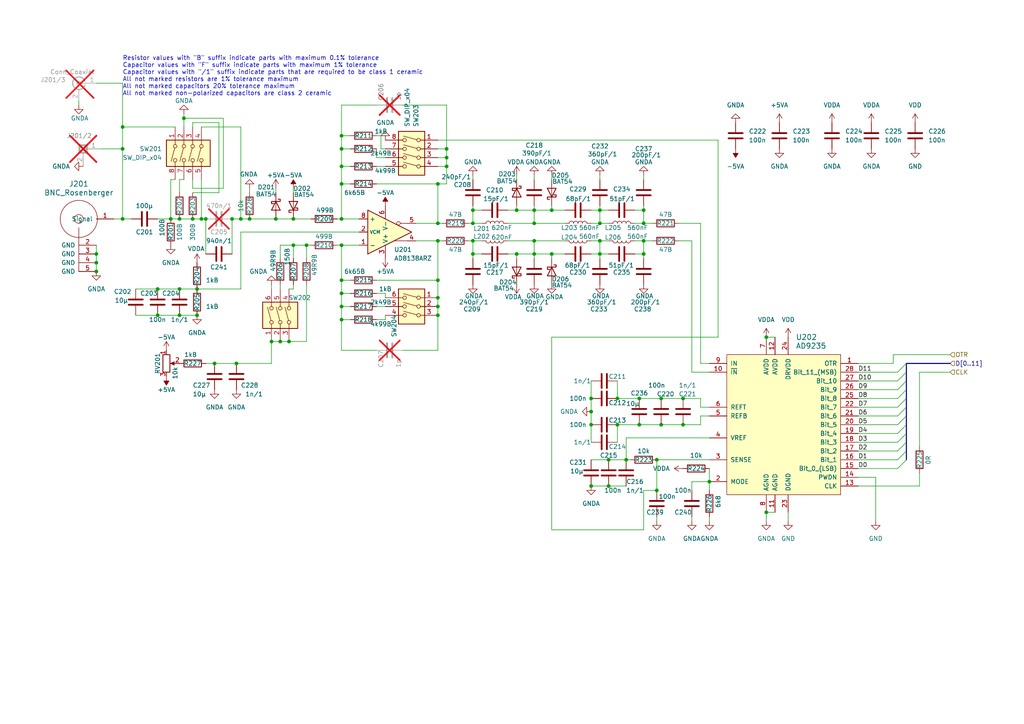
<source format=kicad_sch>
(kicad_sch (version 20250114) (generator "eeschema") (generator_version "9.0")
  (paper "A4")
  (title_block (title "MISRC") (date "2025-10-21") (rev "2.5") (comment 1 "Analog input + ADC"))
  (text "Resistor values with \"B\" suffix indicate parts with maximum 0.1% tolerance\nCapacitor values with \"F\" suffix indicate parts with maximum 1% tolerance\nCapacitor values with \"/1\" suffix indicate parts that are required to be class 1 ceramic\nAll not marked resistors are 1% tolerance maximum\nAll not marked capacitors 20% tolerance maximum\nAll not marked non-polarized capacitors are class 2 ceramic" (at 35.56 27.94 0) (effects (font (size 1.27 1.27)) (justify left bottom)))
  (junction (at 27.94 76.2))
  (junction (at 99.06 53.34))
  (junction (at 127 64.77))
  (junction (at 171.45 119.38))
  (junction (at 171.45 123.19))
  (junction (at 137.16 73.66))
  (junction (at 68.58 105.41))
  (junction (at 171.45 115.57))
  (junction (at 171.45 140.97))
  (junction (at 185.42 115.57))
  (junction (at 179.07 123.19))
  (junction (at 49.53 63.5))
  (junction (at 35.56 36.83))
  (junction (at 99.06 43.18))
  (junction (at 198.12 115.57))
  (junction (at 55.88 63.5))
  (junction (at 85.09 71.12))
  (junction (at 80.01 63.5))
  (junction (at 222.25 148.59))
  (junction (at 52.07 91.44))
  (junction (at 154.94 69.85))
  (junction (at 176.53 140.97))
  (junction (at 99.06 81.28))
  (junction (at 127 53.34))
  (junction (at 179.07 115.57))
  (junction (at 154.94 73.66))
  (junction (at 99.06 92.71))
  (junction (at 160.02 60.96))
  (junction (at 191.77 115.57))
  (junction (at 52.07 63.5))
  (junction (at 181.61 133.35))
  (junction (at 99.06 63.5))
  (junction (at 127 81.28))
  (junction (at 198.12 123.19))
  (junction (at 186.69 69.85))
  (junction (at 160.02 73.66))
  (junction (at 222.25 97.79))
  (junction (at 35.56 63.5))
  (junction (at 57.15 91.44))
  (junction (at 35.56 43.18))
  (junction (at 137.16 69.85))
  (junction (at 67.31 63.5))
  (junction (at 185.42 123.19))
  (junction (at 186.69 73.66))
  (junction (at 57.15 83.82))
  (junction (at 83.82 99.06))
  (junction (at 99.06 85.09))
  (junction (at 58.42 63.5))
  (junction (at 85.09 63.5))
  (junction (at 45.72 83.82))
  (junction (at 62.23 105.41))
  (junction (at 137.16 64.77))
  (junction (at 27.94 73.66))
  (junction (at 78.74 99.06))
  (junction (at 72.39 63.5))
  (junction (at 69.85 63.5))
  (junction (at 186.69 60.96))
  (junction (at 45.72 91.44))
  (junction (at 176.53 133.35))
  (junction (at 154.94 60.96))
  (junction (at 173.99 64.77))
  (junction (at 149.86 73.66))
  (junction (at 27.94 78.74))
  (junction (at 127 86.36))
  (junction (at 129.54 48.26))
  (junction (at 127 88.9))
  (junction (at 99.06 39.37))
  (junction (at 173.99 60.96))
  (junction (at 149.86 60.96))
  (junction (at 53.34 34.29))
  (junction (at 154.94 64.77))
  (junction (at 127 91.44))
  (junction (at 186.69 64.77))
  (junction (at 137.16 60.96))
  (junction (at 190.5 133.35))
  (junction (at 52.07 83.82))
  (junction (at 99.06 71.12))
  (junction (at 59.69 63.5))
  (junction (at 191.77 123.19))
  (junction (at 127 69.85))
  (junction (at 173.99 69.85))
  (junction (at 129.54 45.72))
  (junction (at 99.06 88.9))
  (junction (at 88.9 71.12))
  (junction (at 173.99 73.66))
  (junction (at 81.28 99.06))
  (junction (at 99.06 48.26))
  (junction (at 205.74 139.7))
  (junction (at 190.5 142.24))
  (junction (at 129.54 43.18))
  (bus_entry (at 262.89 113.03) (size -2.54 2.54))
  (bus_entry (at 262.89 130.81) (size -2.54 2.54))
  (bus_entry (at 262.89 107.95) (size -2.54 2.54))
  (bus_entry (at 262.89 118.11) (size -2.54 2.54))
  (bus_entry (at 262.89 133.35) (size -2.54 2.54))
  (bus_entry (at 262.89 125.73) (size -2.54 2.54))
  (bus_entry (at 262.89 115.57) (size -2.54 2.54))
  (bus_entry (at 262.89 105.41) (size -2.54 2.54))
  (bus_entry (at 262.89 128.27) (size -2.54 2.54))
  (bus_entry (at 262.89 123.19) (size -2.54 2.54))
  (bus_entry (at 262.89 120.65) (size -2.54 2.54))
  (bus_entry (at 262.89 110.49) (size -2.54 2.54))
  (wire (pts (xy 154.94 60.96) (xy 154.94 64.77)))
  (wire (pts (xy 173.99 60.96) (xy 176.53 60.96)))
  (wire (pts (xy 129.54 30.48) (xy 129.54 43.18)))
  (wire (pts (xy 248.92 107.95) (xy 260.35 107.95)))
  (wire (pts (xy 228.6 151.13) (xy 228.6 148.59)))
  (wire (pts (xy 45.72 63.5) (xy 49.53 63.5)))
  (wire (pts (xy 55.88 55.88) (xy 63.5 55.88)))
  (wire (pts (xy 62.23 105.41) (xy 68.58 105.41)))
  (wire (pts (xy 99.06 88.9) (xy 101.6 88.9)))
  (wire (pts (xy 109.22 45.72) (xy 111.76 45.72)))
  (wire (pts (xy 69.85 36.83) (xy 69.85 63.5)))
  (wire (pts (xy 266.7 107.95) (xy 266.7 129.54)))
  (wire (pts (xy 127 48.26) (xy 129.54 48.26)))
  (wire (pts (xy 58.42 52.07) (xy 58.42 63.5)))
  (wire (pts (xy 266.7 107.95) (xy 275.59 107.95)))
  (bus (pts (xy 262.89 107.95) (xy 262.89 110.49)))
  (wire (pts (xy 55.88 35.56) (xy 55.88 36.83)))
  (wire (pts (xy 58.42 63.5) (xy 59.69 63.5)))
  (wire (pts (xy 129.54 43.18) (xy 129.54 45.72)))
  (wire (pts (xy 27.94 73.66) (xy 27.94 76.2)))
  (wire (pts (xy 99.06 53.34) (xy 99.06 63.5)))
  (wire (pts (xy 85.09 83.82) (xy 85.09 82.55)))
  (wire (pts (xy 99.06 43.18) (xy 101.6 43.18)))
  (bus (pts (xy 262.89 123.19) (xy 262.89 125.73)))
  (wire (pts (xy 99.06 101.6) (xy 109.22 101.6)))
  (wire (pts (xy 101.6 92.71) (xy 99.06 92.71)))
  (wire (pts (xy 173.99 59.69) (xy 173.99 60.96)))
  (wire (pts (xy 109.22 92.71) (xy 111.76 92.71)))
  (wire (pts (xy 191.77 123.19) (xy 198.12 123.19)))
  (wire (pts (xy 190.5 151.13) (xy 190.5 149.86)))
  (wire (pts (xy 160.02 50.8) (xy 160.02 52.07)))
  (wire (pts (xy 248.92 110.49) (xy 260.35 110.49)))
  (wire (pts (xy 154.94 50.8) (xy 154.94 52.07)))
  (bus (pts (xy 262.89 130.81) (xy 262.89 133.35)))
  (wire (pts (xy 259.08 105.41) (xy 259.08 102.87)))
  (wire (pts (xy 88.9 82.55) (xy 88.9 99.06)))
  (wire (pts (xy 205.74 139.7) (xy 205.74 142.24)))
  (wire (pts (xy 185.42 115.57) (xy 191.77 115.57)))
  (wire (pts (xy 154.94 60.96) (xy 160.02 60.96)))
  (wire (pts (xy 160.02 59.69) (xy 160.02 60.96)))
  (wire (pts (xy 171.45 115.57) (xy 171.45 119.38)))
  (wire (pts (xy 111.76 85.09) (xy 111.76 86.36)))
  (wire (pts (xy 190.5 133.35) (xy 190.5 142.24)))
  (wire (pts (xy 266.7 137.16) (xy 266.7 140.97)))
  (wire (pts (xy 222.25 148.59) (xy 222.25 151.13)))
  (wire (pts (xy 160.02 60.96) (xy 163.83 60.96)))
  (wire (pts (xy 179.07 110.49) (xy 179.07 115.57)))
  (wire (pts (xy 248.92 113.03) (xy 260.35 113.03)))
  (wire (pts (xy 186.69 60.96) (xy 186.69 64.77)))
  (wire (pts (xy 179.07 115.57) (xy 185.42 115.57)))
  (wire (pts (xy 147.32 73.66) (xy 149.86 73.66)))
  (wire (pts (xy 110.49 43.18) (xy 111.76 43.18)))
  (wire (pts (xy 154.94 69.85) (xy 163.83 69.85)))
  (wire (pts (xy 27.94 71.12) (xy 27.94 73.66)))
  (bus (pts (xy 262.89 125.73) (xy 262.89 128.27)))
  (wire (pts (xy 88.9 74.93) (xy 88.9 71.12)))
  (wire (pts (xy 186.69 50.8) (xy 186.69 52.07)))
  (wire (pts (xy 137.16 60.96) (xy 139.7 60.96)))
  (wire (pts (xy 35.56 43.18) (xy 35.56 63.5)))
  (wire (pts (xy 81.28 71.12) (xy 81.28 74.93)))
  (wire (pts (xy 160.02 73.66) (xy 160.02 74.93)))
  (bus (pts (xy 262.89 128.27) (xy 262.89 130.81)))
  (wire (pts (xy 85.09 54.61) (xy 85.09 55.88)))
  (wire (pts (xy 222.25 97.79) (xy 224.79 97.79)))
  (wire (pts (xy 55.88 63.5) (xy 58.42 63.5)))
  (wire (pts (xy 99.06 30.48) (xy 99.06 39.37)))
  (wire (pts (xy 83.82 83.82) (xy 85.09 83.82)))
  (wire (pts (xy 171.45 140.97) (xy 176.53 140.97)))
  (wire (pts (xy 179.07 123.19) (xy 185.42 123.19)))
  (wire (pts (xy 127 69.85) (xy 127 81.28)))
  (bus (pts (xy 262.89 105.41) (xy 275.59 105.41)))
  (wire (pts (xy 173.99 74.93) (xy 173.99 73.66)))
  (wire (pts (xy 171.45 123.19) (xy 171.45 128.27)))
  (wire (pts (xy 55.88 52.07) (xy 55.88 54.61)))
  (bus (pts (xy 262.89 115.57) (xy 262.89 118.11)))
  (wire (pts (xy 83.82 99.06) (xy 88.9 99.06)))
  (wire (pts (xy 63.5 55.88) (xy 63.5 35.56)))
  (wire (pts (xy 184.15 64.77) (xy 186.69 64.77)))
  (wire (pts (xy 181.61 127) (xy 205.74 127)))
  (wire (pts (xy 53.34 34.29) (xy 53.34 36.83)))
  (wire (pts (xy 184.15 60.96) (xy 186.69 60.96)))
  (wire (pts (xy 176.53 133.35) (xy 181.61 133.35)))
  (wire (pts (xy 99.06 92.71) (xy 99.06 101.6)))
  (wire (pts (xy 35.56 24.13) (xy 27.94 24.13)))
  (wire (pts (xy 149.86 73.66) (xy 154.94 73.66)))
  (wire (pts (xy 58.42 36.83) (xy 69.85 36.83)))
  (wire (pts (xy 200.66 151.13) (xy 200.66 149.86)))
  (wire (pts (xy 29.21 43.18) (xy 35.56 43.18)))
  (wire (pts (xy 254 138.43) (xy 254 151.13)))
  (wire (pts (xy 49.53 52.07) (xy 49.53 63.5)))
  (wire (pts (xy 137.16 60.96) (xy 137.16 64.77)))
  (wire (pts (xy 205.74 135.89) (xy 205.74 139.7)))
  (wire (pts (xy 85.09 71.12) (xy 81.28 71.12)))
  (wire (pts (xy 186.69 142.24) (xy 186.69 153.67)))
  (wire (pts (xy 200.66 139.7) (xy 200.66 142.24)))
  (wire (pts (xy 33.02 63.5) (xy 35.56 63.5)))
  (wire (pts (xy 116.84 30.48) (xy 129.54 30.48)))
  (wire (pts (xy 39.37 91.44) (xy 45.72 91.44)))
  (wire (pts (xy 127 88.9) (xy 127 91.44)))
  (wire (pts (xy 59.69 63.5) (xy 59.69 73.66)))
  (wire (pts (xy 186.69 64.77) (xy 189.23 64.77)))
  (wire (pts (xy 248.92 130.81) (xy 260.35 130.81)))
  (wire (pts (xy 78.74 99.06) (xy 81.28 99.06)))
  (wire (pts (xy 78.74 82.55) (xy 78.74 83.82)))
  (wire (pts (xy 171.45 69.85) (xy 173.99 69.85)))
  (wire (pts (xy 248.92 120.65) (xy 260.35 120.65)))
  (wire (pts (xy 50.8 52.07) (xy 49.53 52.07)))
  (wire (pts (xy 171.45 73.66) (xy 173.99 73.66)))
  (wire (pts (xy 101.6 39.37) (xy 99.06 39.37)))
  (wire (pts (xy 203.2 123.19) (xy 203.2 120.65)))
  (wire (pts (xy 154.94 73.66) (xy 160.02 73.66)))
  (wire (pts (xy 160.02 153.67) (xy 186.69 153.67)))
  (wire (pts (xy 127 45.72) (xy 129.54 45.72)))
  (wire (pts (xy 59.69 105.41) (xy 62.23 105.41)))
  (wire (pts (xy 184.15 73.66) (xy 186.69 73.66)))
  (wire (pts (xy 203.2 118.11) (xy 203.2 115.57)))
  (wire (pts (xy 49.53 63.5) (xy 52.07 63.5)))
  (wire (pts (xy 39.37 83.82) (xy 45.72 83.82)))
  (wire (pts (xy 186.69 74.93) (xy 186.69 73.66)))
  (wire (pts (xy 101.6 85.09) (xy 99.06 85.09)))
  (wire (pts (xy 99.06 63.5) (xy 104.14 63.5)))
  (wire (pts (xy 149.86 50.8) (xy 149.86 52.07)))
  (wire (pts (xy 99.06 71.12) (xy 104.14 71.12)))
  (wire (pts (xy 109.22 30.48) (xy 99.06 30.48)))
  (wire (pts (xy 57.15 83.82) (xy 69.85 83.82)))
  (wire (pts (xy 248.92 128.27) (xy 260.35 128.27)))
  (wire (pts (xy 109.22 39.37) (xy 110.49 39.37)))
  (wire (pts (xy 64.77 34.29) (xy 53.34 34.29)))
  (wire (pts (xy 127 69.85) (xy 128.27 69.85)))
  (wire (pts (xy 111.76 91.44) (xy 111.76 92.71)))
  (wire (pts (xy 72.39 63.5) (xy 80.01 63.5)))
  (wire (pts (xy 52.07 52.07) (xy 52.07 55.88)))
  (wire (pts (xy 248.92 133.35) (xy 260.35 133.35)))
  (wire (pts (xy 137.16 73.66) (xy 137.16 69.85)))
  (wire (pts (xy 147.32 69.85) (xy 154.94 69.85)))
  (wire (pts (xy 129.54 45.72) (xy 129.54 48.26)))
  (wire (pts (xy 81.28 82.55) (xy 81.28 83.82)))
  (wire (pts (xy 109.22 85.09) (xy 111.76 85.09)))
  (wire (pts (xy 190.5 142.24) (xy 186.69 142.24)))
  (wire (pts (xy 222.25 148.59) (xy 224.79 148.59)))
  (bus (pts (xy 262.89 120.65) (xy 262.89 123.19)))
  (wire (pts (xy 99.06 85.09) (xy 99.06 81.28)))
  (wire (pts (xy 127 43.18) (xy 129.54 43.18)))
  (wire (pts (xy 173.99 50.8) (xy 173.99 52.07)))
  (wire (pts (xy 171.45 60.96) (xy 173.99 60.96)))
  (wire (pts (xy 53.34 52.07) (xy 52.07 52.07)))
  (wire (pts (xy 120.65 64.77) (xy 127 64.77)))
  (wire (pts (xy 200.66 69.85) (xy 200.66 107.95)))
  (wire (pts (xy 67.31 63.5) (xy 69.85 63.5)))
  (wire (pts (xy 205.74 139.7) (xy 200.66 139.7)))
  (wire (pts (xy 205.74 118.11) (xy 203.2 118.11)))
  (wire (pts (xy 99.06 88.9) (xy 99.06 92.71)))
  (wire (pts (xy 160.02 97.79) (xy 160.02 153.67)))
  (wire (pts (xy 50.8 36.83) (xy 35.56 36.83)))
  (wire (pts (xy 109.22 88.9) (xy 111.76 88.9)))
  (wire (pts (xy 69.85 67.31) (xy 69.85 83.82)))
  (wire (pts (xy 248.92 105.41) (xy 259.08 105.41)))
  (wire (pts (xy 63.5 35.56) (xy 55.88 35.56)))
  (wire (pts (xy 200.66 107.95) (xy 205.74 107.95)))
  (wire (pts (xy 203.2 120.65) (xy 205.74 120.65)))
  (wire (pts (xy 137.16 59.69) (xy 137.16 60.96)))
  (wire (pts (xy 137.16 64.77) (xy 139.7 64.77)))
  (wire (pts (xy 137.16 64.77) (xy 135.89 64.77)))
  (wire (pts (xy 64.77 54.61) (xy 64.77 34.29)))
  (wire (pts (xy 85.09 63.5) (xy 90.17 63.5)))
  (wire (pts (xy 137.16 69.85) (xy 135.89 69.85)))
  (wire (pts (xy 154.94 74.93) (xy 154.94 73.66)))
  (wire (pts (xy 127 81.28) (xy 127 86.36)))
  (wire (pts (xy 80.01 63.5) (xy 85.09 63.5)))
  (wire (pts (xy 53.34 33.02) (xy 53.34 34.29)))
  (wire (pts (xy 109.22 53.34) (xy 127 53.34)))
  (wire (pts (xy 181.61 133.35) (xy 182.88 133.35)))
  (wire (pts (xy 147.32 60.96) (xy 149.86 60.96)))
  (wire (pts (xy 154.94 59.69) (xy 154.94 60.96)))
  (wire (pts (xy 27.94 76.2) (xy 27.94 78.74)))
  (wire (pts (xy 137.16 73.66) (xy 139.7 73.66)))
  (wire (pts (xy 45.72 83.82) (xy 52.07 83.82)))
  (wire (pts (xy 179.07 123.19) (xy 179.07 128.27)))
  (wire (pts (xy 35.56 36.83) (xy 35.56 24.13)))
  (wire (pts (xy 109.22 48.26) (xy 111.76 48.26)))
  (wire (pts (xy 248.92 140.97) (xy 266.7 140.97)))
  (wire (pts (xy 205.74 105.41) (xy 203.2 105.41)))
  (bus (pts (xy 262.89 105.41) (xy 262.89 107.95)))
  (wire (pts (xy 191.77 115.57) (xy 198.12 115.57)))
  (wire (pts (xy 198.12 123.19) (xy 203.2 123.19)))
  (wire (pts (xy 80.01 54.61) (xy 80.01 55.88)))
  (wire (pts (xy 55.88 54.61) (xy 64.77 54.61)))
  (wire (pts (xy 52.07 83.82) (xy 57.15 83.82)))
  (wire (pts (xy 154.94 69.85) (xy 154.94 73.66)))
  (wire (pts (xy 203.2 64.77) (xy 203.2 105.41)))
  (wire (pts (xy 72.39 54.61) (xy 72.39 55.88)))
  (wire (pts (xy 116.84 101.6) (xy 127 101.6)))
  (wire (pts (xy 186.69 69.85) (xy 189.23 69.85)))
  (wire (pts (xy 99.06 88.9) (xy 99.06 85.09)))
  (wire (pts (xy 97.79 63.5) (xy 99.06 63.5)))
  (wire (pts (xy 149.86 73.66) (xy 149.86 74.93)))
  (wire (pts (xy 99.06 81.28) (xy 101.6 81.28)))
  (wire (pts (xy 127 86.36) (xy 127 88.9)))
  (wire (pts (xy 248.92 123.19) (xy 260.35 123.19)))
  (wire (pts (xy 45.72 91.44) (xy 52.07 91.44)))
  (wire (pts (xy 248.92 118.11) (xy 260.35 118.11)))
  (wire (pts (xy 127 53.34) (xy 127 64.77)))
  (wire (pts (xy 97.79 71.12) (xy 99.06 71.12)))
  (wire (pts (xy 171.45 119.38) (xy 171.45 123.19)))
  (wire (pts (xy 190.5 133.35) (xy 205.74 133.35)))
  (wire (pts (xy 22.86 29.21) (xy 22.86 30.48)))
  (wire (pts (xy 99.06 81.28) (xy 99.06 71.12)))
  (wire (pts (xy 67.31 63.5) (xy 67.31 73.66)))
  (wire (pts (xy 208.28 97.79) (xy 160.02 97.79)))
  (wire (pts (xy 35.56 36.83) (xy 35.56 43.18)))
  (wire (pts (xy 109.22 43.18) (xy 109.22 45.72)))
  (wire (pts (xy 137.16 74.93) (xy 137.16 73.66)))
  (wire (pts (xy 208.28 40.64) (xy 208.28 97.79)))
  (wire (pts (xy 69.85 67.31) (xy 104.14 67.31)))
  (wire (pts (xy 248.92 138.43) (xy 254 138.43)))
  (wire (pts (xy 248.92 115.57) (xy 260.35 115.57)))
  (wire (pts (xy 69.85 63.5) (xy 72.39 63.5)))
  (wire (pts (xy 85.09 74.93) (xy 85.09 71.12)))
  (wire (pts (xy 68.58 105.41) (xy 78.74 105.41)))
  (wire (pts (xy 88.9 71.12) (xy 85.09 71.12)))
  (wire (pts (xy 149.86 60.96) (xy 154.94 60.96)))
  (wire (pts (xy 99.06 48.26) (xy 99.06 53.34)))
  (wire (pts (xy 109.22 81.28) (xy 127 81.28)))
  (wire (pts (xy 52.07 63.5) (xy 55.88 63.5)))
  (wire (pts (xy 171.45 133.35) (xy 176.53 133.35)))
  (wire (pts (xy 173.99 60.96) (xy 173.99 64.77)))
  (wire (pts (xy 248.92 125.73) (xy 260.35 125.73)))
  (wire (pts (xy 129.54 53.34) (xy 127 53.34)))
  (wire (pts (xy 184.15 69.85) (xy 186.69 69.85)))
  (wire (pts (xy 99.06 43.18) (xy 99.06 48.26)))
  (bus (pts (xy 262.89 118.11) (xy 262.89 120.65)))
  (wire (pts (xy 173.99 69.85) (xy 173.99 73.66)))
  (wire (pts (xy 173.99 69.85) (xy 176.53 69.85)))
  (wire (pts (xy 171.45 64.77) (xy 173.99 64.77)))
  (wire (pts (xy 38.1 63.5) (xy 35.56 63.5)))
  (wire (pts (xy 99.06 53.34) (xy 101.6 53.34)))
  (wire (pts (xy 127 40.64) (xy 208.28 40.64)))
  (wire (pts (xy 176.53 140.97) (xy 181.61 140.97)))
  (wire (pts (xy 99.06 39.37) (xy 99.06 43.18)))
  (wire (pts (xy 52.07 91.44) (xy 57.15 91.44)))
  (wire (pts (xy 186.69 69.85) (xy 186.69 73.66)))
  (wire (pts (xy 205.74 149.86) (xy 205.74 151.13)))
  (wire (pts (xy 185.42 123.19) (xy 191.77 123.19)))
  (wire (pts (xy 198.12 115.57) (xy 203.2 115.57)))
  (wire (pts (xy 110.49 39.37) (xy 110.49 43.18)))
  (wire (pts (xy 196.85 69.85) (xy 200.66 69.85)))
  (wire (pts (xy 129.54 48.26) (xy 129.54 53.34)))
  (bus (pts (xy 262.89 113.03) (xy 262.89 115.57)))
  (wire (pts (xy 173.99 64.77) (xy 176.53 64.77)))
  (wire (pts (xy 154.94 64.77) (xy 163.83 64.77)))
  (wire (pts (xy 248.92 135.89) (xy 260.35 135.89)))
  (wire (pts (xy 88.9 71.12) (xy 90.17 71.12)))
  (wire (pts (xy 120.65 69.85) (xy 127 69.85)))
  (wire (pts (xy 196.85 64.77) (xy 203.2 64.77)))
  (wire (pts (xy 147.32 64.77) (xy 154.94 64.77)))
  (wire (pts (xy 78.74 99.06) (xy 78.74 105.41)))
  (wire (pts (xy 259.08 102.87) (xy 275.59 102.87)))
  (wire (pts (xy 137.16 50.8) (xy 137.16 52.07)))
  (wire (pts (xy 99.06 48.26) (xy 101.6 48.26)))
  (wire (pts (xy 186.69 59.69) (xy 186.69 60.96)))
  (bus (pts (xy 262.89 110.49) (xy 262.89 113.03)))
  (wire (pts (xy 81.28 99.06) (xy 83.82 99.06)))
  (wire (pts (xy 181.61 133.35) (xy 181.61 127)))
  (wire (pts (xy 137.16 69.85) (xy 139.7 69.85)))
  (wire (pts (xy 171.45 110.49) (xy 171.45 115.57)))
  (wire (pts (xy 160.02 73.66) (xy 163.83 73.66)))
  (wire (pts (xy 127 64.77) (xy 128.27 64.77)))
  (wire (pts (xy 173.99 73.66) (xy 176.53 73.66)))
  (wire (pts (xy 149.86 59.69) (xy 149.86 60.96)))
  (wire (pts (xy 127 91.44) (xy 127 101.6)))
  (label "D5" (at 248.92 123.19 0))
  (label "D4" (at 248.92 125.73 0))
  (label "D6" (at 248.92 120.65 0))
  (label "D10" (at 248.92 110.49 0))
  (label "D8" (at 248.92 115.57 0))
  (label "D3" (at 248.92 128.27 0))
  (label "D11" (at 248.92 107.95 0))
  (label "D7" (at 248.92 118.11 0))
  (label "D1" (at 248.92 133.35 0))
  (label "D9" (at 248.92 113.03 0))
  (label "D2" (at 248.92 130.81 0))
  (label "D0" (at 248.92 135.89 0))
  (hierarchical_label "CLK" (shape input) (at 275.59 107.95 0))
  (hierarchical_label "D[0..11]" (shape input) (at 275.59 105.41 0))
  (hierarchical_label "OTR" (shape input) (at 275.59 102.87 0))
  (symbol (lib_id "power:GNDA") (at 213.36 35.56 180) (unit 1)
    (property "Reference" "#PWR0219" (effects (hide yes)))
    (property "Value" "GNDA" (at 213.36 30.48 0))
  )
  (symbol (lib_id "Device:C") (at 186.69 55.88 0) (unit 1)
    (property "Reference" "C237" (at 184.15 43.18 0) (effects (justify left)))
    (property "Value" "200pF/1" (at 183.134 44.958 0) (effects (justify left)))
    (property "Footprint" "Capacitor_SMD:C_0603_1608Metric" (effects (hide yes)))
    (property "Manufacturer_Part_Number" "GCM1885C2A201FA16J" (effects (hide yes)))
    (property "LCSC Part #" "C1864235" (effects (hide yes)))
    (property "Max Tolerance" "1%" (effects (hide yes)))
    (property "Capacitor Ceramic" "NP0/C0G" (effects (hide yes)))
  )
  (symbol (lib_id "Device:R") (at 57.15 87.63 180) (unit 1)
    (property "Reference" "R205" (at 57.15 90.17 90) (effects (justify right)))
    (property "Value" "1kB" (at 59.69 88.9 0) (effects (justify right)))
    (property "Footprint" "Resistor_SMD:R_0603_1608Metric" (effects (hide yes)))
    (property "Manufacturer_Part_Number" "RT0603BRD071KL" (effects (hide yes)))
    (property "LCSC Part #" "C110776" (effects (hide yes)))
    (property "Max Tolerance" "0.1%" (effects (hide yes)))
  )
  (symbol (lib_id "Device:C") (at 213.36 39.37 0) (unit 1)
    (property "Reference" "C222" (at 217.17 38.1 0) (effects (justify left)))
    (property "Value" "100n" (at 217.17 40.64 0) (effects (justify left)))
    (property "Footprint" "Capacitor_SMD:C_0603_1608Metric" (effects (hide yes)))
    (property "Manufacturer_Part_Number" "CC0603KRX7R9BB104" (effects (hide yes)))
    (property "LCSC Part #" "C14663" (effects (hide yes)))
    (property "Max Tolerance" "10%" (effects (hide yes)))
    (property "Capacitor Ceramic" "X7R" (effects (hide yes)))
  )
  (symbol (lib_id "Device:R") (at 88.9 78.74 0) (mirror y) (unit 1)
    (property "Reference" "R208" (at 88.9 76.2 90) (effects (justify right)))
    (property "Value" "49R9B" (at 91.186 73.66 90) (effects (justify right)))
    (property "Footprint" "Resistor_SMD:R_0603_1608Metric" (effects (hide yes)))
    (property "Manufacturer_Part_Number" "RT0603BRD0749R9L" (effects (hide yes)))
    (property "LCSC Part #" "C861434" (effects (hide yes)))
    (property "Max Tolerance" "0.1%" (effects (hide yes)))
  )
  (symbol (lib_id "Device:C") (at 173.99 55.88 0) (unit 1)
    (property "Reference" "C232" (at 171.45 42.418 0) (effects (justify left)))
    (property "Value" "360pF/1" (at 170.434 44.704 0) (effects (justify left)))
    (property "Footprint" "Capacitor_SMD:C_0603_1608Metric" (effects (hide yes)))
    (property "Manufacturer_Part_Number" "GCM1885C2A361FA16D" (effects (hide yes)))
    (property "LCSC Part #" "C3859396" (effects (hide yes)))
    (property "Max Tolerance" "1%" (effects (hide yes)))
    (property "Capacitor Ceramic" "NP0/C0G" (effects (hide yes)))
    (property "Manufacturer_Name" "Murata" (effects (hide yes)))
    (property "Mouser Part Number" "81-GCM1885C2A361FA6D" (effects (hide yes)))
  )
  (symbol (lib_id "Device:C") (at 185.42 119.38 0) (unit 1)
    (property "Reference" "C236" (at 182.88 114.046 0) (effects (justify left)))
    (property "Value" "10µ" (at 181.61 117.094 0) (effects (justify left)))
    (property "Footprint" "Capacitor_SMD:C_0805_2012Metric" (effects (hide yes)))
    (property "Manufacturer_Part_Number" "GRM21BR61H106KE43L" (effects (hide yes)))
    (property "LCSC Part #" "C440198" (effects (hide yes)))
    (property "Max Tolerance" "20%" (effects (hide yes)))
    (property "Capacitor Ceramic" "X7R" (effects (hide yes)))
  )
  (symbol (lib_id "Device:C") (at 143.51 73.66 90) (unit 1)
    (property "Reference" "C217" (at 146.05 78.994 90) (effects (justify left)))
    (property "Value" "15pF/1" (at 147.574 76.962 90) (effects (justify left)))
    (property "Footprint" "Capacitor_SMD:C_0603_1608Metric" (effects (hide yes)))
    (property "Manufacturer_Part_Number" "CC0603FRNPO9BN150" (effects (hide yes)))
    (property "LCSC Part #" "C519483" (effects (hide yes)))
    (property "Max Tolerance" "1%" (effects (hide yes)))
    (property "Capacitor Ceramic" "NP0/C0G" (effects (hide yes)))
  )
  (symbol (lib_id "power:GNDA") (at 252.73 43.18 0) (unit 1)
    (property "Reference" "#PWR0231" (effects (hide yes)))
    (property "Value" "GNDA" (at 252.73 48.26 0))
  )
  (symbol (lib_id "power:GNDA") (at 57.15 91.44 0) (unit 1)
    (property "Reference" "#PWR0205" (effects (hide yes)))
    (property "Value" "GNDA" (at 57.15 96.52 0))
  )
  (symbol (lib_id "Device:C") (at 226.06 39.37 0) (unit 1)
    (property "Reference" "C223" (at 229.87 38.1 0) (effects (justify left)))
    (property "Value" "100n" (at 229.87 40.64 0) (effects (justify left)))
    (property "Footprint" "Capacitor_SMD:C_0603_1608Metric" (effects (hide yes)))
    (property "Manufacturer_Part_Number" "CC0603KRX7R9BB104" (effects (hide yes)))
    (property "LCSC Part #" "C14663" (effects (hide yes)))
    (property "Max Tolerance" "10%" (effects (hide yes)))
    (property "Capacitor Ceramic" "X7R" (effects (hide yes)))
  )
  (symbol (lib_id "power:+5VA") (at 226.06 35.56 0) (unit 1)
    (property "Reference" "#PWR0225" (effects (hide yes)))
    (property "Value" "+5VA" (at 226.06 30.48 0))
  )
  (symbol (lib_id "power:+5VA") (at 48.26 101.6 0) (unit 1)
    (property "Reference" "#PWR0243" (effects (hide yes)))
    (property "Value" "-5VA" (at 48.26 97.79 0))
  )
  (symbol (lib_id "power:GNDA") (at 171.45 140.97 0) (unit 1)
    (property "Reference" "#PWR0213" (effects (hide yes)))
    (property "Value" "GNDA" (at 171.45 146.05 0))
  )
  (symbol (lib_id "power:GNDA") (at 186.69 82.55 0) (unit 1)
    (property "Reference" "#PWR062" (effects (hide yes)))
    (property "Value" "GNDA" (at 186.944 85.852 0))
  )
  (symbol (lib_id "power:GNDA") (at 160.02 50.8 180) (unit 1)
    (property "Reference" "#PWR057" (effects (hide yes)))
    (property "Value" "GNDA" (at 160.02 46.99 0))
  )
  (symbol (lib_id "Device:C") (at 63.5 73.66 90) (mirror x) (unit 1)
    (property "Reference" "C241" (at 63.5 77.47 90))
    (property "Value" "940n/1" (at 63.5 69.85 90))
    (property "Footprint" "Capacitor_SMD:C_1812_4532Metric" (effects (hide yes)))
    (property "Manufacturer_Part_Number" "C1812C944J5JLC7805" (effects (hide yes)))
    (property "LCSC Part #" "C2180018" (effects (hide yes)))
    (property "Manufacturer_Name" "Kemet" (effects (hide yes)))
    (property "Max Tolerance" "5%" (effects (hide yes)))
    (property "Part Selection Note" "This is a stacked capacitor" (effects (hide yes)))
    (property "Capacitor Ceramic" "U2J/NP0/C0G" (effects (hide yes)))
    (property "Mouser Part Number" "80-C1812C944J5JLCLTU" (effects (hide yes)))
  )
  (symbol (lib_id "power:GNDA") (at 68.58 113.03 0) (mirror y) (unit 1)
    (property "Reference" "#PWR0249" (effects (hide yes)))
    (property "Value" "GNDA" (at 68.58 118.11 0))
  )
  (symbol (lib_id "Device:R") (at 105.41 53.34 90) (unit 1)
    (property "Reference" "R214" (at 105.41 53.34 90))
    (property "Value" "6k65B" (at 102.87 55.88 90))
    (property "Footprint" "Resistor_SMD:R_1206_3216Metric" (effects (hide yes)))
    (property "Manufacturer_Part_Number" "RT1206BRD076K65L" (effects (hide yes)))
    (property "LCSC Part #" "C870864" (effects (hide yes)))
    (property "Max Tolerance" "0.1%" (effects (hide yes)))
  )
  (symbol (lib_id "power:VDDA") (at 149.86 50.8 0) (unit 1)
    (property "Reference" "#PWR053" (effects (hide yes)))
    (property "Value" "VDDA" (at 149.606 46.99 0))
  )
  (symbol (lib_id "Device:C") (at 175.26 128.27 90) (unit 1)
    (property "Reference" "C214" (at 179.07 129.54 90))
    (property "Value" "1n/1" (at 168.91 128.27 90))
    (property "Footprint" "Capacitor_SMD:C_0603_1608Metric" (effects (hide yes)))
    (property "Manufacturer_Part_Number" "CC0603JRNPO9BN102" (effects (hide yes)))
    (property "LCSC Part #" "C106246" (effects (hide yes)))
    (property "Max Tolerance" "10%" (effects (hide yes)))
    (property "Capacitor Ceramic" "NP0/C0G" (effects (hide yes)))
  )
  (symbol (lib_id "Device:C") (at 181.61 137.16 0) (unit 1)
    (property "Reference" "C216" (at 181.61 139.7 0) (effects (justify left)))
    (property "Value" "1n/1" (at 181.61 142.24 0) (effects (justify left)))
    (property "Footprint" "Capacitor_SMD:C_0603_1608Metric" (effects (hide yes)))
    (property "Manufacturer_Part_Number" "CC0603JRNPO9BN102" (effects (hide yes)))
    (property "LCSC Part #" "C106246" (effects (hide yes)))
    (property "Max Tolerance" "10%" (effects (hide yes)))
    (property "Capacitor Ceramic" "NP0/C0G" (effects (hide yes)))
  )
  (symbol (lib_id "Device:C") (at 45.72 87.63 0) (unit 1)
    (property "Reference" "C203" (at 40.64 85.09 0) (effects (justify left)))
    (property "Value" "100n" (at 43.18 92.71 0) (effects (justify left)))
    (property "Footprint" "Capacitor_SMD:C_0603_1608Metric" (effects (hide yes)))
    (property "Manufacturer_Part_Number" "CC0603KRX7R9BB104" (effects (hide yes)))
    (property "LCSC Part #" "C14663" (effects (hide yes)))
    (property "Max Tolerance" "10%" (effects (hide yes)))
    (property "Capacitor Ceramic" "X7R" (effects (hide yes)))
  )
  (symbol (lib_id "Device:R") (at 201.93 135.89 90) (unit 1)
    (property "Reference" "R224" (at 201.93 135.89 90))
    (property "Value" "10k" (at 201.93 132.08 90))
    (property "Footprint" "Resistor_SMD:R_0603_1608Metric" (effects (hide yes)))
    (property "Manufacturer_Part_Number" "0603WAF1002T5E" (effects (hide yes)))
    (property "LCSC Part #" "C25804" (effects (hide yes)))
    (property "Max Tolerance" "1%" (effects (hide yes)))
  )
  (symbol (lib_id "Connector_Generic_Shielded:Conn_01x01_Shielded") (at 24.13 43.18 0) (mirror y) (unit 1) (dnp yes)
    (property "Reference" "J201/2" (at 26.67 39.37 0) (effects (justify left)))
    (property "Value" "Conn_01x01_Shielded" (effects (hide yes)))
    (property "Footprint" "Footprints:SMA_Amphenol_901-144_Horizontal" (effects (hide yes)))
    (property "Manufacturer_Part_Number" "CONSMA002-L-G" (effects (hide yes)))
  )
  (symbol (lib_id "Device:C") (at 113.03 30.48 90) (unit 1) (dnp yes)
    (property "Reference" "C206" (at 110.49 29.21 0) (effects (justify left)))
    (property "Value" "1p" (at 115.57 29.21 0) (effects (justify left)))
    (property "Footprint" "Capacitor_SMD:C_0603_1608Metric" (effects (hide yes)))
    (property "Capacitor Ceramic" "NP0/C0G" (effects (hide yes)))
  )
  (symbol (lib_id "Device:C") (at 173.99 78.74 180) (unit 1)
    (property "Reference" "C233" (at 176.276 89.662 0) (effects (justify left)))
    (property "Value" "360pF/1" (at 178.816 87.63 0) (effects (justify left)))
    (property "Footprint" "Capacitor_SMD:C_0603_1608Metric" (effects (hide yes)))
    (property "Manufacturer_Part_Number" "GCM1885C2A361FA16D" (effects (hide yes)))
    (property "LCSC Part #" "C3859396" (effects (hide yes)))
    (property "Max Tolerance" "1%" (effects (hide yes)))
    (property "Capacitor Ceramic" "NP0/C0G" (effects (hide yes)))
    (property "Manufacturer_Name" "Murata" (effects (hide yes)))
    (property "Mouser Part Number" "81-GCM1885C2A361FA6D" (effects (hide yes)))
  )
  (symbol (lib_id "Device:D_Schottky") (at 149.86 55.88 270) (unit 1)
    (property "Reference" "D203" (at 144.526 50.4824 90) (effects (justify left)))
    (property "Value" "BAT54" (at 144.018 52.5144 90) (effects (justify left)))
    (property "Footprint" "Diode_SMD:D_SOD-323" (effects (hide yes)))
    (property "Description" "Schottky diode" (effects (hide yes)))
    (property "Manufacturer_Part_Number" "BAT54H" (effects (hide yes)))
    (property "LCSC Part #" "C5381403" (effects (hide yes)))
  )
  (symbol (lib_id "Device:C") (at 200.66 146.05 0) (unit 1)
    (property "Reference" "C240" (at 195.58 148.59 0) (effects (justify left)))
    (property "Value" "100n" (at 195.58 142.24 0) (effects (justify left)))
    (property "Footprint" "Capacitor_SMD:C_0603_1608Metric" (effects (hide yes)))
    (property "Manufacturer_Part_Number" "CC0603KRX7R9BB104" (effects (hide yes)))
    (property "LCSC Part #" "C14663" (effects (hide yes)))
    (property "Max Tolerance" "10%" (effects (hide yes)))
    (property "Capacitor Ceramic" "X7R" (effects (hide yes)))
  )
  (symbol (lib_id "Device:D_Schottky") (at 149.86 78.74 90) (unit 1)
    (property "Reference" "D204" (at 149.86 81.8516 90) (effects (justify left)))
    (property "Value" "BAT54" (at 149.098 83.6296 90) (effects (justify left)))
    (property "Footprint" "Diode_SMD:D_SOD-323" (effects (hide yes)))
    (property "Description" "Schottky diode" (effects (hide yes)))
    (property "Manufacturer_Part_Number" "BAT54H" (effects (hide yes)))
    (property "LCSC Part #" "C5381403" (effects (hide yes)))
  )
  (symbol (lib_id "Device:C") (at 113.03 101.6 90) (unit 1) (dnp yes)
    (property "Reference" "C207" (at 110.49 106.68 0) (effects (justify left)))
    (property "Value" "1p" (at 115.57 106.68 0) (effects (justify left)))
    (property "Footprint" "Capacitor_SMD:C_0603_1608Metric" (effects (hide yes)))
    (property "Capacitor Ceramic" "NP0/C0G" (effects (hide yes)))
  )
  (symbol (lib_id "Device:R") (at 55.88 105.41 270) (unit 1)
    (property "Reference" "R227" (at 58.42 105.41 90) (effects (justify right)))
    (property "Value" "1kB" (at 57.15 102.87 90) (effects (justify right)))
    (property "Footprint" "Resistor_SMD:R_0603_1608Metric" (effects (hide yes)))
    (property "Manufacturer_Part_Number" "RT0603BRD071KL" (effects (hide yes)))
    (property "LCSC Part #" "C110776" (effects (hide yes)))
    (property "Max Tolerance" "0.1%" (effects (hide yes)))
  )
  (symbol (lib_id "power:+5VA") (at 111.76 74.93 180) (unit 1)
    (property "Reference" "#PWR0209" (effects (hide yes)))
    (property "Value" "+5VA" (at 111.76 78.74 0))
  )
  (symbol (lib_id "power:GND") (at 265.43 43.18 0) (unit 1)
    (property "Reference" "#PWR0233" (effects (hide yes)))
    (property "Value" "GND" (at 265.43 48.26 0))
  )
  (symbol (lib_id "Device:R") (at 93.98 63.5 90) (unit 1)
    (property "Reference" "R209" (at 93.98 63.5 90))
    (property "Value" "499B" (at 94.234 60.96 90))
    (property "Footprint" "Resistor_SMD:R_1206_3216Metric" (effects (hide yes)))
    (property "Manufacturer_Part_Number" "ARG06BTC4990" (effects (hide yes)))
    (property "LCSC Part #" "C2984516" (effects (hide yes)))
    (property "Max Tolerance" "0.1%" (effects (hide yes)))
  )
  (symbol (lib_id "Device:R") (at 193.04 64.77 90) (unit 1)
    (property "Reference" "R221" (at 193.04 64.77 90))
    (property "Value" "47B" (at 193.04 62.23 90))
    (property "Footprint" "Resistor_SMD:R_0603_1608Metric" (effects (hide yes)))
    (property "Manufacturer_Part_Number" "TC0325B470JT5F" (effects (hide yes)))
    (property "LCSC Part #" "C2989449" (effects (hide yes)))
    (property "Max Tolerance" "0.1%" (effects (hide yes)))
  )
  (symbol (lib_id "power:GNDA") (at 78.74 82.55 0) (mirror x) (unit 1)
    (property "Reference" "#PWR0207" (effects (hide yes)))
    (property "Value" "GNDA" (at 74.93 78.74 0))
  )
  (symbol (lib_id "Device:C") (at 154.94 55.88 0) (unit 1)
    (property "Reference" "C218" (at 152.4 42.164 0) (effects (justify left)))
    (property "Value" "390pF/1" (at 151.384 44.45 0) (effects (justify left)))
    (property "Footprint" "Capacitor_SMD:C_0603_1608Metric" (effects (hide yes)))
    (property "Manufacturer_Part_Number" "GCM1885C2A391FA16D" (effects (hide yes)))
    (property "LCSC Part #" "C1864402" (effects (hide yes)))
    (property "Max Tolerance" "1%" (effects (hide yes)))
    (property "Capacitor Ceramic" "NP0/C0G" (effects (hide yes)))
  )
  (symbol (lib_id "Device:R_Potentiometer") (at 48.26 105.41 0) (unit 1)
    (property "Reference" "RV201" (at 45.72 105.41 90))
    (property "Value" "10k" (at 50.8 108.204 90))
    (property "Footprint" "Potentiometer_THT:Potentiometer_Bourns_3266W_Vertical" (effects (hide yes)))
    (property "Manufacturer_Part_Number" "3266W-1-103LF" (effects (hide yes)))
    (property "LCSC Part #" "C462144" (effects (hide yes)))
    (property "FT Rotation Offset" "-90" (effects (hide yes)))
    (property "Max Tolerance" "20%" (effects (hide yes)))
  )
  (symbol (lib_id "Device:R") (at 132.08 64.77 90) (unit 1)
    (property "Reference" "R219" (at 132.08 64.77 90))
    (property "Value" "47B" (at 132.08 62.23 90))
    (property "Footprint" "Resistor_SMD:R_0603_1608Metric" (effects (hide yes)))
    (property "Manufacturer_Part_Number" "TC0325B470JT5F" (effects (hide yes)))
    (property "LCSC Part #" "C2989449" (effects (hide yes)))
    (property "Max Tolerance" "0.1%" (effects (hide yes)))
  )
  (symbol (lib_id "power:GNDA") (at 241.3 43.18 0) (unit 1)
    (property "Reference" "#PWR0228" (effects (hide yes)))
    (property "Value" "GNDA" (at 241.3 48.26 0))
  )
  (symbol (lib_id "power:GNDA") (at 62.23 113.03 0) (mirror y) (unit 1)
    (property "Reference" "#PWR0247" (effects (hide yes)))
    (property "Value" "GNDA" (at 62.23 118.11 0))
  )
  (symbol (lib_id "Device:L") (at 180.34 69.85 270) (unit 1)
    (property "Reference" "L206" (at 177.8 68.834 90))
    (property "Value" "560nF" (at 184.912 68.58 90))
    (property "Footprint" "Inductor_SMD:L_1008_2520Metric" (effects (hide yes)))
    (property "Description" "Inductor" (effects (hide yes)))
    (property "Manufacturer_Part_Number" "LQW2UASR56F00L" (effects (hide yes)))
    (property "LCSC Part #" "C907989" (effects (hide yes)))
    (property "Max Tolerance" "1%" (effects (hide yes)))
  )
  (symbol (lib_id "power:VDD") (at 265.43 35.56 0) (unit 1)
    (property "Reference" "#PWR0232" (effects (hide yes)))
    (property "Value" "VDD" (at 265.43 30.48 0))
  )
  (symbol (lib_id "power:GNDA") (at 226.06 43.18 0) (unit 1)
    (property "Reference" "#PWR0226" (effects (hide yes)))
    (property "Value" "GNDA" (at 226.06 48.26 0))
  )
  (symbol (lib_id "power:GNDA") (at 137.16 50.8 180) (unit 1)
    (property "Reference" "#PWR051" (effects (hide yes)))
    (property "Value" "GNDA" (at 137.16 46.99 0))
  )
  (symbol (lib_id "Device:L") (at 143.51 64.77 90) (unit 1)
    (property "Reference" "L201" (at 139.7 66.294 90))
    (property "Value" "620nF" (at 145.542 66.04 90))
    (property "Footprint" "Inductor_SMD:L_1008_2520Metric" (effects (hide yes)))
    (property "Description" "Inductor" (effects (hide yes)))
    (property "Manufacturer_Part_Number" "LQW2UASR62F00L" (effects (hide yes)))
    (property "LCSC Part #" "C2042960" (effects (hide yes)))
    (property "Max Tolerance" "1%" (effects (hide yes)))
  )
  (symbol (lib_id "Device:C") (at 143.51 60.96 90) (unit 1)
    (property "Reference" "C210" (at 146.05 55.118 90) (effects (justify left)))
    (property "Value" "15pF/1" (at 147.574 57.658 90) (effects (justify left)))
    (property "Footprint" "Capacitor_SMD:C_0603_1608Metric" (effects (hide yes)))
    (property "Manufacturer_Part_Number" "CC0603FRNPO9BN150" (effects (hide yes)))
    (property "LCSC Part #" "C519483" (effects (hide yes)))
    (property "Max Tolerance" "1%" (effects (hide yes)))
    (property "Capacitor Ceramic" "NP0/C0G" (effects (hide yes)))
  )
  (symbol (lib_id "power:GNDA") (at 154.94 50.8 180) (unit 1)
    (property "Reference" "#PWR055" (effects (hide yes)))
    (property "Value" "GNDA" (at 154.94 46.99 0))
  )
  (symbol (lib_id "Connector:Conn_Coaxial") (at 22.86 24.13 0) (mirror y) (unit 1) (dnp yes)
    (property "Reference" "J201/3" (at 19.05 23.1531 0) (effects (justify left)))
    (property "Value" "Conn_Coaxial" (at 27.432 20.8671 0) (effects (justify left)))
    (property "Footprint" "Connector_Coaxial:BNC_Amphenol_B6252HB-NPP3G-50_Horizontal" (effects (hide yes)))
    (property "Description" "coaxial connector (BNC, SMA, SMB, SMC, Cinch/RCA, LEMO, ...)" (effects (hide yes)))
  )
  (symbol (lib_id "Device:C") (at 252.73 39.37 0) (unit 1)
    (property "Reference" "C225" (at 256.54 38.1 0) (effects (justify left)))
    (property "Value" "100n" (at 256.54 40.64 0) (effects (justify left)))
    (property "Footprint" "Capacitor_SMD:C_0603_1608Metric" (effects (hide yes)))
    (property "Manufacturer_Part_Number" "CC0603KRX7R9BB104" (effects (hide yes)))
    (property "LCSC Part #" "C14663" (effects (hide yes)))
    (property "Max Tolerance" "10%" (effects (hide yes)))
    (property "Capacitor Ceramic" "X7R" (effects (hide yes)))
  )
  (symbol (lib_id "power:-5VA") (at 213.36 43.18 180) (unit 1)
    (property "Reference" "#PWR0220" (effects (hide yes)))
    (property "Value" "-5VA" (at 213.36 48.26 0))
  )
  (symbol (lib_id "Switch:SW_DIP_x04") (at 55.88 44.45 90) (mirror x) (unit 1)
    (property "Reference" "SW201" (at 46.99 43.18 90) (effects (justify left)))
    (property "Value" "SW_DIP_x04" (at 46.99 45.72 90) (effects (justify left)))
    (property "Footprint" "Button_Switch_SMD:SW_DIP_SPSTx04_Slide_6.7x11.72mm_W8.61mm_P2.54mm_LowProfile" (effects (hide yes)))
    (property "Manufacturer_Part_Number" "SDA04H1SBD" (effects (hide yes)))
    (property "LCSC Part #" "C221954" (effects (hide yes)))
    (property "FT Rotation Offset" "-90" (effects (hide yes)))
    (property "Manufacturer_Name" "C & K COMPONENTS" (effects (hide yes)))
    (property "Mouser Part Number" "611-SDA04H1SBDR" (effects (hide yes)))
  )
  (symbol (lib_id "Device:R") (at 105.41 43.18 90) (unit 1)
    (property "Reference" "R212" (at 105.41 43.18 90))
    (property "Value" "2k49B" (at 110.49 44.45 90))
    (property "Footprint" "Resistor_SMD:R_0603_1608Metric" (effects (hide yes)))
    (property "Manufacturer_Part_Number" "RT0603BRD072K49L" (effects (hide yes)))
    (property "LCSC Part #" "C861299" (effects (hide yes)))
    (property "Max Tolerance" "0.1%" (effects (hide yes)))
  )
  (symbol (lib_id "Device:C") (at 68.58 109.22 0) (unit 1)
    (property "Reference" "C228" (at 69.85 111.76 0) (effects (justify left)))
    (property "Value" "1n/1" (at 71.12 114.3 0) (effects (justify left)))
    (property "Footprint" "Capacitor_SMD:C_0603_1608Metric" (effects (hide yes)))
    (property "Manufacturer_Part_Number" "CC0603JRNPO9BN102" (effects (hide yes)))
    (property "LCSC Part #" "C106246" (effects (hide yes)))
    (property "Max Tolerance" "10%" (effects (hide yes)))
    (property "Capacitor Ceramic" "NP0/C0G" (effects (hide yes)))
  )
  (symbol (lib_id "Device:C") (at 180.34 73.66 90) (unit 1)
    (property "Reference" "C235" (at 182.88 78.994 90) (effects (justify left)))
    (property "Value" "51pF/1" (at 183.896 76.962 90) (effects (justify left)))
    (property "Footprint" "Capacitor_SMD:C_0603_1608Metric" (effects (hide yes)))
    (property "Manufacturer_Part_Number" "CC0603FRNPO9BN510" (effects (hide yes)))
    (property "LCSC Part #" "C519494" (effects (hide yes)))
    (property "Max Tolerance" "1%" (effects (hide yes)))
    (property "Capacitor Ceramic" "NP0/C0G" (effects (hide yes)))
  )
  (symbol (lib_id "power:VDDA") (at 241.3 35.56 0) (unit 1)
    (property "Reference" "#PWR0227" (effects (hide yes)))
    (property "Value" "VDDA" (at 241.3 30.48 0))
  )
  (symbol (lib_id "power:VDDA") (at 198.12 135.89 90) (unit 1)
    (property "Reference" "#PWR0211" (effects (hide yes)))
    (property "Value" "VDDA" (at 194.31 135.8899 90) (effects (justify left)))
  )
  (symbol (lib_id "power:GNDA") (at 22.86 30.48 0) (unit 1)
    (property "Reference" "#PWR066" (effects (hide yes)))
    (property "Value" "GNDA" (at 23.114 34.29 0))
  )
  (symbol (lib_id "bnc_rosenberger:BNC_Rosenberger") (at 22.86 63.5 0) (unit 1)
    (property "Reference" "J201" (at 22.86 53.34 0) (effects (font (size 1.524 1.524))))
    (property "Value" "BNC_Rosenberger" (at 22.86 55.88 0) (effects (font (size 1.524 1.524))))
    (property "Footprint" "Footprints:BNC_Right_Angle-DOSIN-801-0050_5pin" (effects (hide yes)))
    (property "Manufacturer_Part_Number" "DOSIN-801-0050" (effects (hide yes)))
    (property "LCSC Part #" "C521210" (effects (hide yes)))
    (property "FT Rotation Offset" "180" (effects (hide yes)))
  )
  (symbol (lib_id "Device:C") (at 39.37 87.63 0) (unit 1)
    (property "Reference" "C202" (at 33.02 84.582 0) (effects (justify left)))
    (property "Value" "10µ" (at 33.274 87.122 0) (effects (justify left)))
    (property "Footprint" "Capacitor_SMD:C_0805_2012Metric" (effects (hide yes)))
    (property "Manufacturer_Part_Number" "GRM21BR61H106KE43L" (effects (hide yes)))
    (property "LCSC Part #" "C440198" (effects (hide yes)))
    (property "Max Tolerance" "20%" (effects (hide yes)))
    (property "Capacitor Ceramic" "X7R" (effects (hide yes)))
  )
  (symbol (lib_id "Device:C") (at 137.16 55.88 0) (unit 1)
    (property "Reference" "C208" (at 131.572 53.594 0) (effects (justify left)))
    (property "Value" "240pF/1" (at 128.016 51.308 0) (effects (justify left)))
    (property "Footprint" "Capacitor_SMD:C_0603_1608Metric" (effects (hide yes)))
    (property "Manufacturer_Part_Number" "CC0603FRNPO9BN241" (effects (hide yes)))
    (property "LCSC Part #" "C519570" (effects (hide yes)))
    (property "Max Tolerance" "1%" (effects (hide yes)))
    (property "Capacitor Ceramic" "NP0/C0G" (effects (hide yes)))
  )
  (symbol (lib_id "Device:C") (at 198.12 119.38 0) (unit 1)
    (property "Reference" "C221" (at 196.85 114.3 0) (effects (justify left)))
    (property "Value" "1n/1" (at 196.85 111.76 0) (effects (justify left)))
    (property "Footprint" "Capacitor_SMD:C_0603_1608Metric" (effects (hide yes)))
    (property "Manufacturer_Part_Number" "CC0603JRNPO9BN102" (effects (hide yes)))
    (property "LCSC Part #" "C106246" (effects (hide yes)))
    (property "Max Tolerance" "10%" (effects (hide yes)))
    (property "Capacitor Ceramic" "NP0/C0G" (effects (hide yes)))
  )
  (symbol (lib_id "power:GNDA") (at 72.39 54.61 0) (mirror x) (unit 1)
    (property "Reference" "#PWR0235" (effects (hide yes)))
    (property "Value" "GNDA" (at 72.136 50.546 0))
  )
  (symbol (lib_id "Amplifier_Differential_AKL:AD8138ARZ") (at 111.76 67.31 0) (mirror x) (unit 1)
    (property "Reference" "U201" (at 114.3 72.39 0) (effects (justify left)))
    (property "Value" "AD8138ARZ" (at 114.3 74.93 0) (effects (justify left)))
    (property "Footprint" "Package_SO:SO-8_3.9x4.9mm_P1.27mm" (effects (hide yes)))
    (property "Datasheet" "https://www.analog.com/media/en/technical-documentation/data-sheets/AD8138.pdf" (effects (hide yes)))
    (property "Manufacturer_Part_Number" "AD8138ARZ" (effects (hide yes)))
    (property "LCSC Part #" "C652360" (effects (hide yes)))
    (property "FT Rotation Offset" "-90" (effects (hide yes)))
    (property "Manufacturer_Name" "Analog" (effects (hide yes)))
  )
  (symbol (lib_id "power:VDDA") (at 57.15 76.2 0) (unit 1)
    (property "Reference" "#PWR0204" (effects (hide yes)))
    (property "Value" "VDDA" (at 56.896 72.136 0))
  )
  (symbol (lib_id "Device:C") (at 63.5 63.5 90) (mirror x) (unit 1) (dnp yes)
    (property "Reference" "C205" (at 63.5 67.31 90))
    (property "Value" "470n/1" (at 63.5 59.69 90))
    (property "Footprint" "Capacitor_SMD:C_2220_5750Metric" (effects (hide yes)))
    (property "Manufacturer_Part_Number" "C2220C474J5GAC" (effects (hide yes)))
    (property "LCSC Part #" "C3872921" (effects (hide yes)))
    (property "Max Tolerance" "10%" (effects (hide yes)))
    (property "Capacitor Ceramic" "U2J/NP0/C0G" (effects (hide yes)))
  )
  (symbol (lib_id "Device:C") (at 191.77 119.38 0) (unit 1)
    (property "Reference" "C220" (at 190.5 114.3 0) (effects (justify left)))
    (property "Value" "100n" (at 187.96 111.76 0) (effects (justify left)))
    (property "Footprint" "Capacitor_SMD:C_0603_1608Metric" (effects (hide yes)))
    (property "Manufacturer_Part_Number" "CC0603KRX7R9BB104" (effects (hide yes)))
    (property "LCSC Part #" "C14663" (effects (hide yes)))
    (property "Max Tolerance" "10%" (effects (hide yes)))
    (property "Capacitor Ceramic" "X7R" (effects (hide yes)))
  )
  (symbol (lib_id "Device:C") (at 154.94 78.74 180) (unit 1)
    (property "Reference" "C219" (at 157.48 89.662 0) (effects (justify left)))
    (property "Value" "390pF/1" (at 159.258 87.63 0) (effects (justify left)))
    (property "Footprint" "Capacitor_SMD:C_0603_1608Metric" (effects (hide yes)))
    (property "Manufacturer_Part_Number" "GCM1885C2A391FA16D" (effects (hide yes)))
    (property "LCSC Part #" "C1864402" (effects (hide yes)))
    (property "Max Tolerance" "1%" (effects (hide yes)))
    (property "Capacitor Ceramic" "NP0/C0G" (effects (hide yes)))
  )
  (symbol (lib_id "Device:R") (at 186.69 133.35 90) (unit 1)
    (property "Reference" "R223" (at 186.69 133.35 90))
    (property "Value" "10k" (at 186.69 130.81 90))
    (property "Footprint" "Resistor_SMD:R_0603_1608Metric" (effects (hide yes)))
    (property "Manufacturer_Part_Number" "0603WAF1002T5E" (effects (hide yes)))
    (property "LCSC Part #" "C25804" (effects (hide yes)))
    (property "Max Tolerance" "1%" (effects (hide yes)))
  )
  (symbol (lib_id "Device:L") (at 167.64 64.77 90) (unit 1)
    (property "Reference" "L203" (at 165.1 66.04 90))
    (property "Value" "560nF" (at 170.942 66.04 90))
    (property "Footprint" "Inductor_SMD:L_1008_2520Metric" (effects (hide yes)))
    (property "Description" "Inductor" (effects (hide yes)))
    (property "Manufacturer_Part_Number" "LQW2UASR56F00L" (effects (hide yes)))
    (property "LCSC Part #" "C907989" (effects (hide yes)))
    (property "Max Tolerance" "1%" (effects (hide yes)))
  )
  (symbol (lib_id "Device:C") (at 186.69 78.74 180) (unit 1)
    (property "Reference" "C238" (at 188.976 89.662 0) (effects (justify left)))
    (property "Value" "200pF/1" (at 191.516 87.63 0) (effects (justify left)))
    (property "Footprint" "Capacitor_SMD:C_0603_1608Metric" (effects (hide yes)))
    (property "Manufacturer_Part_Number" "GCM1885C2A201FA16J" (effects (hide yes)))
    (property "LCSC Part #" "C1864235" (effects (hide yes)))
    (property "Max Tolerance" "1%" (effects (hide yes)))
    (property "Capacitor Ceramic" "NP0/C0G" (effects (hide yes)))
  )
  (symbol (lib_id "Switch:SW_DIP_x03") (at 119.38 91.44 0) (mirror y) (unit 1)
    (property "Reference" "SW204" (at 114.3 97.79 90) (effects (justify left)))
    (property "Value" "SW_DIP_x03" (effects (hide yes)))
    (property "Footprint" "Button_Switch_SMD:SW_DIP_SPSTx03_Slide_6.7x9.18mm_W8.61mm_P2.54mm_LowProfile" (effects (hide yes)))
    (property "Manufacturer_Part_Number" "SDA03H1SBD" (effects (hide yes)))
    (property "LCSC Part #" "C221951" (effects (hide yes)))
    (property "FT Rotation Offset" "-90" (effects (hide yes)))
    (property "Manufacturer_Name" "C & K COMPONENTS" (effects (hide yes)))
  )
  (symbol (lib_id "Device:R") (at 105.41 85.09 90) (unit 1)
    (property "Reference" "R216" (at 105.41 85.09 90))
    (property "Value" "1kB" (at 111.76 83.82 90))
    (property "Footprint" "Resistor_SMD:R_0603_1608Metric" (effects (hide yes)))
    (property "Manufacturer_Part_Number" "RT0603BRD071KL" (effects (hide yes)))
    (property "LCSC Part #" "C110776" (effects (hide yes)))
    (property "Max Tolerance" "0.1%" (effects (hide yes)))
  )
  (symbol (lib_id "Device:L") (at 167.64 69.85 270) (unit 1)
    (property "Reference" "L204" (at 165.1 68.834 90))
    (property "Value" "560nF" (at 170.942 68.58 90))
    (property "Footprint" "Inductor_SMD:L_1008_2520Metric" (effects (hide yes)))
    (property "Description" "Inductor" (effects (hide yes)))
    (property "Manufacturer_Part_Number" "LQW2UASR56F00L" (effects (hide yes)))
    (property "LCSC Part #" "C907989" (effects (hide yes)))
    (property "Max Tolerance" "1%" (effects (hide yes)))
  )
  (symbol (lib_id "Device:D_Schottky") (at 80.01 59.69 270) (unit 1)
    (property "Reference" "D201" (at 74.676 54.2924 90) (effects (justify left)))
    (property "Value" "BAT54" (at 74.168 56.3244 90) (effects (justify left)))
    (property "Footprint" "Diode_SMD:D_SOD-323" (effects (hide yes)))
    (property "Description" "Schottky diode" (effects (hide yes)))
    (property "Manufacturer_Part_Number" "BAT54H" (effects (hide yes)))
    (property "LCSC Part #" "C5381403" (effects (hide yes)))
  )
  (symbol (lib_id "power:VDDA") (at 149.86 82.55 180) (unit 1)
    (property "Reference" "#PWR054" (effects (hide yes)))
    (property "Value" "VDDA" (at 148.844 86.106 0))
  )
  (symbol (lib_id "power:VDDA") (at 252.73 35.56 0) (unit 1)
    (property "Reference" "#PWR0230" (effects (hide yes)))
    (property "Value" "VDDA" (at 252.73 30.48 0))
  )
  (symbol (lib_id "power:VDD") (at 228.6 97.79 0) (unit 1)
    (property "Reference" "#PWR0223" (effects (hide yes)))
    (property "Value" "VDD" (at 228.6 92.71 0))
  )
  (symbol (lib_id "Device:C") (at 265.43 39.37 0) (unit 1)
    (property "Reference" "C226" (at 269.24 38.1 0) (effects (justify left)))
    (property "Value" "100n" (at 269.24 40.64 0) (effects (justify left)))
    (property "Footprint" "Capacitor_SMD:C_0603_1608Metric" (effects (hide yes)))
    (property "Manufacturer_Part_Number" "CC0603KRX7R9BB104" (effects (hide yes)))
    (property "LCSC Part #" "C14663" (effects (hide yes)))
    (property "Max Tolerance" "10%" (effects (hide yes)))
    (property "Capacitor Ceramic" "X7R" (effects (hide yes)))
  )
  (symbol (lib_id "Device:R") (at 85.09 78.74 0) (mirror y) (unit 1)
    (property "Reference" "R207" (at 85.09 76.2 90) (effects (justify right)))
    (property "Value" "150B" (at 83.312 71.882 90) (effects (justify right)))
    (property "Footprint" "Resistor_SMD:R_0603_1608Metric" (effects (hide yes)))
    (property "Manufacturer_Part_Number" "TC0325B1500T5F" (effects (hide yes)))
    (property "LCSC Part #" "C425408" (effects (hide yes)))
    (property "Max Tolerance" "0.1%" (effects (hide yes)))
  )
  (symbol (lib_id "Device:C") (at 176.53 137.16 0) (unit 1)
    (property "Reference" "C215" (at 173.99 132.08 0) (effects (justify left)))
    (property "Value" "100n" (at 175.26 142.24 0) (effects (justify left)))
    (property "Footprint" "Capacitor_SMD:C_0603_1608Metric" (effects (hide yes)))
    (property "Manufacturer_Part_Number" "CC0603KRX7R9BB104" (effects (hide yes)))
    (property "LCSC Part #" "C14663" (effects (hide yes)))
    (property "Max Tolerance" "10%" (effects (hide yes)))
    (property "Capacitor Ceramic" "X7R" (effects (hide yes)))
  )
  (symbol (lib_id "Device:R") (at 49.53 67.31 180) (unit 1)
    (property "Reference" "R201" (at 49.53 69.85 90) (effects (justify right)))
    (property "Value" "100B" (at 46.99 68.58 90) (effects (justify right)))
    (property "Footprint" "Resistor_SMD:R_0603_1608Metric" (effects (hide yes)))
    (property "Manufacturer_Part_Number" "RT0603BRD07100RL" (effects (hide yes)))
    (property "LCSC Part #" "C122970" (effects (hide yes)))
    (property "Max Tolerance" "0.1%" (effects (hide yes)))
  )
  (symbol (lib_id "power:GNDA") (at 186.69 50.8 180) (unit 1)
    (property "Reference" "#PWR061" (effects (hide yes)))
    (property "Value" "GNDA" (at 186.69 46.99 0))
  )
  (symbol (lib_id "power:GNDA") (at 137.16 82.55 0) (unit 1)
    (property "Reference" "#PWR052" (effects (hide yes)))
    (property "Value" "GNDA" (at 137.414 85.852 0))
  )
  (symbol (lib_id "Device:C") (at 175.26 115.57 90) (unit 1)
    (property "Reference" "C212" (at 179.07 116.84 90))
    (property "Value" "100n" (at 167.64 115.57 90))
    (property "Footprint" "Capacitor_SMD:C_0603_1608Metric" (effects (hide yes)))
    (property "Manufacturer_Part_Number" "CC0603KRX7R9BB104" (effects (hide yes)))
    (property "LCSC Part #" "C14663" (effects (hide yes)))
    (property "Max Tolerance" "10%" (effects (hide yes)))
    (property "Capacitor Ceramic" "X7R" (effects (hide yes)))
  )
  (symbol (lib_id "Device:L") (at 143.51 69.85 270) (unit 1)
    (property "Reference" "L202" (at 139.7 68.58 90))
    (property "Value" "620nF" (at 145.542 68.834 90))
    (property "Footprint" "Inductor_SMD:L_1008_2520Metric" (effects (hide yes)))
    (property "Description" "Inductor" (effects (hide yes)))
    (property "Manufacturer_Part_Number" "LQW2UASR62F00L" (effects (hide yes)))
    (property "LCSC Part #" "C2042960" (effects (hide yes)))
    (property "Max Tolerance" "1%" (effects (hide yes)))
  )
  (symbol (lib_id "Device:C") (at 190.5 146.05 0) (unit 1)
    (property "Reference" "C239" (at 187.452 148.59 0) (effects (justify left)))
    (property "Value" "100n" (at 191.008 144.018 0) (effects (justify left)))
    (property "Footprint" "Capacitor_SMD:C_0603_1608Metric" (effects (hide yes)))
    (property "Manufacturer_Part_Number" "CC0603KRX7R9BB104" (effects (hide yes)))
    (property "LCSC Part #" "C14663" (effects (hide yes)))
    (property "Max Tolerance" "10%" (effects (hide yes)))
    (property "Capacitor Ceramic" "X7R" (effects (hide yes)))
  )
  (symbol (lib_id "Switch:SW_DIP_x04") (at 119.38 45.72 0) (mirror y) (unit 1)
    (property "Reference" "SW203" (at 120.65 36.83 90) (effects (justify left)))
    (property "Value" "SW_DIP_x04" (at 118.11 36.83 90) (effects (justify left)))
    (property "Footprint" "Button_Switch_SMD:SW_DIP_SPSTx04_Slide_6.7x11.72mm_W8.61mm_P2.54mm_LowProfile" (effects (hide yes)))
    (property "Manufacturer_Part_Number" "SDA04H1SBD" (effects (hide yes)))
    (property "LCSC Part #" "C221954" (effects (hide yes)))
    (property "FT Rotation Offset" "-90" (effects (hide yes)))
    (property "Manufacturer_Name" "C & K COMPONENTS" (effects (hide yes)))
    (property "Mouser Part Number" "611-SDA04H1SBDR" (effects (hide yes)))
  )
  (symbol (lib_id "Device:C") (at 175.26 110.49 90) (unit 1)
    (property "Reference" "C211" (at 179.07 109.22 90))
    (property "Value" "1n/1" (at 168.91 110.49 90))
    (property "Footprint" "Capacitor_SMD:C_0603_1608Metric" (effects (hide yes)))
    (property "Manufacturer_Part_Number" "CC0603JRNPO9BN102" (effects (hide yes)))
    (property "LCSC Part #" "C106246" (effects (hide yes)))
    (property "Max Tolerance" "10%" (effects (hide yes)))
    (property "Capacitor Ceramic" "NP0/C0G" (effects (hide yes)))
  )
  (symbol (lib_id "Device:R") (at 93.98 71.12 90) (unit 1)
    (property "Reference" "R210" (at 93.98 71.12 90))
    (property "Value" "499B" (at 93.98 68.58 90))
    (property "Footprint" "Resistor_SMD:R_1206_3216Metric" (effects (hide yes)))
    (property "Manufacturer_Part_Number" "ARG06BTC4990" (effects (hide yes)))
    (property "LCSC Part #" "C2984516" (effects (hide yes)))
    (property "Max Tolerance" "0.1%" (effects (hide yes)))
  )
  (symbol (lib_id "power:GNDA") (at 171.45 119.38 270) (unit 1)
    (property "Reference" "#PWR0212" (effects (hide yes)))
    (property "Value" "GNDA" (at 167.64 119.38 90) (effects (justify right)))
  )
  (symbol (lib_id "Device:R") (at 52.07 59.69 0) (mirror y) (unit 1)
    (property "Reference" "R202" (at 52.07 57.15 90) (effects (justify right)))
    (property "Value" "100B" (at 52.07 64.77 90) (effects (justify right)))
    (property "Footprint" "Resistor_SMD:R_0603_1608Metric" (effects (hide yes)))
    (property "Manufacturer_Part_Number" "RT0603BRD07100RL" (effects (hide yes)))
    (property "LCSC Part #" "C122970" (effects (hide yes)))
    (property "Max Tolerance" "0.1%" (effects (hide yes)))
  )
  (symbol (lib_id "power:GNDA") (at 205.74 151.13 0) (unit 1)
    (property "Reference" "#PWR0218" (effects (hide yes)))
    (property "Value" "GNDA" (at 205.74 156.21 0))
  )
  (symbol (lib_id "power:GNDA") (at 111.76 40.64 0) (mirror x) (unit 1)
    (property "Reference" "#PWR071" (effects (hide yes)))
    (property "Value" "GNDA" (at 111.76 35.56 0))
  )
  (symbol (lib_id "power:GNDA") (at 24.13 48.26 270) (unit 1)
    (property "Reference" "#PWR0254" (effects (hide yes)))
    (property "Value" "GNDA" (at 20.32 48.26 90) (effects (justify right)))
  )
  (symbol (lib_id "Device:C") (at 52.07 87.63 0) (unit 1)
    (property "Reference" "C204" (at 46.99 85.09 0) (effects (justify left)))
    (property "Value" "1n/1" (at 49.53 92.71 0) (effects (justify left)))
    (property "Footprint" "Capacitor_SMD:C_0603_1608Metric" (effects (hide yes)))
    (property "Manufacturer_Part_Number" "CC0603JRNPO9BN102" (effects (hide yes)))
    (property "LCSC Part #" "C106246" (effects (hide yes)))
    (property "Max Tolerance" "10%" (effects (hide yes)))
    (property "Capacitor Ceramic" "NP0/C0G" (effects (hide yes)))
  )
  (symbol (lib_id "Device:C") (at 167.64 73.66 90) (unit 1)
    (property "Reference" "C230" (at 170.18 78.994 90) (effects (justify left)))
    (property "Value" "68pF/1" (at 171.196 76.962 90) (effects (justify left)))
    (property "Footprint" "Capacitor_SMD:C_0603_1608Metric" (effects (hide yes)))
    (property "Manufacturer_Part_Number" "CC0603FRNPO9BN680" (effects (hide yes)))
    (property "LCSC Part #" "C513699" (effects (hide yes)))
    (property "Max Tolerance" "1%" (effects (hide yes)))
    (property "Capacitor Ceramic" "NP0/C0G" (effects (hide yes)))
  )
  (symbol (lib_id "ADC:AD9235") (at 227.33 123.19 0) (unit 1)
    (property "Reference" "U202" (at 230.7941 97.79 0) (effects (font (size 1.524 1.524)) (justify left)))
    (property "Value" "AD9235" (at 230.7941 100.33 0) (effects (font (size 1.524 1.524)) (justify left)))
    (property "Footprint" "Package_SO:TSSOP-28_4.4x9.7mm_P0.65mm" (effects (hide yes)))
    (property "Manufacturer_Part_Number" "AD9235BRUZ-40" (effects (hide yes)))
    (property "LCSC Part #" "C653331" (effects (hide yes)))
    (property "Manufacturer_Name" "Analog" (effects (hide yes)))
  )
  (symbol (lib_id "power:GNDA") (at 154.94 82.55 0) (unit 1)
    (property "Reference" "#PWR056" (effects (hide yes)))
    (property "Value" "GNDA" (at 155.194 85.852 0))
  )
  (symbol (lib_id "power:GNDA") (at 160.02 82.55 0) (unit 1)
    (property "Reference" "#PWR058" (effects (hide yes)))
    (property "Value" "GNDA" (at 160.782 86.106 0))
  )
  (symbol (lib_id "Device:D_Schottky") (at 160.02 55.88 90) (unit 1)
    (property "Reference" "D205" (at 165.1 50.8636 90) (effects (justify left)))
    (property "Value" "BAT54" (at 166.116 52.6416 90) (effects (justify left)))
    (property "Footprint" "Diode_SMD:D_SOD-323" (effects (hide yes)))
    (property "Description" "Schottky diode" (effects (hide yes)))
    (property "Manufacturer_Part_Number" "BAT54H" (effects (hide yes)))
    (property "LCSC Part #" "C5381403" (effects (hide yes)))
  )
  (symbol (lib_id "power:-5VA") (at 48.26 109.22 180) (unit 1)
    (property "Reference" "#PWR0245" (effects (hide yes)))
    (property "Value" "+5VA" (at 48.26 113.03 0))
  )
  (symbol (lib_id "power:-5VA") (at 85.09 54.61 0) (unit 1)
    (property "Reference" "#PWR064" (effects (hide yes)))
    (property "Value" "-5VA" (at 85.09 50.8 0))
  )
  (symbol (lib_id "Device:C") (at 171.45 137.16 0) (unit 1)
    (property "Reference" "C231" (at 165.1 134.112 0) (effects (justify left)))
    (property "Value" "10µ" (at 165.354 136.652 0) (effects (justify left)))
    (property "Footprint" "Capacitor_SMD:C_0805_2012Metric" (effects (hide yes)))
    (property "Manufacturer_Part_Number" "GRM21BR61H106KE43L" (effects (hide yes)))
    (property "LCSC Part #" "C440198" (effects (hide yes)))
    (property "Max Tolerance" "20%" (effects (hide yes)))
    (property "Capacitor Ceramic" "X7R" (effects (hide yes)))
  )
  (symbol (lib_id "power:GNDA") (at 200.66 151.13 0) (unit 1)
    (property "Reference" "#PWR0215" (effects (hide yes)))
    (property "Value" "GNDA" (at 200.66 156.21 0))
  )
  (symbol (lib_id "power:GND") (at 254 151.13 0) (unit 1)
    (property "Reference" "#PWR0229" (effects (hide yes)))
    (property "Value" "GND" (at 254 156.21 0))
  )
  (symbol (lib_id "Device:D_Schottky") (at 160.02 78.74 270) (unit 1)
    (property "Reference" "D206" (at 160.02 80.9624 90) (effects (justify left)))
    (property "Value" "BAT54" (at 160.02 82.7404 90) (effects (justify left)))
    (property "Footprint" "Diode_SMD:D_SOD-323" (effects (hide yes)))
    (property "Description" "Schottky diode" (effects (hide yes)))
    (property "Manufacturer_Part_Number" "BAT54H" (effects (hide yes)))
    (property "LCSC Part #" "C5381403" (effects (hide yes)))
  )
  (symbol (lib_id "Switch:SW_DIP_x03") (at 83.82 91.44 90) (unit 1)
    (property "Reference" "SW202" (at 90.17 86.36 90) (effects (justify left)))
    (property "Value" "SW_DIP_x03" (effects (hide yes)))
    (property "Footprint" "Button_Switch_SMD:SW_DIP_SPSTx03_Slide_6.7x9.18mm_W8.61mm_P2.54mm_LowProfile" (effects (hide yes)))
    (property "Manufacturer_Part_Number" "SDA03H1SBD" (effects (hide yes)))
    (property "LCSC Part #" "C221951" (effects (hide yes)))
    (property "FT Rotation Offset" "-90" (effects (hide yes)))
    (property "Manufacturer_Name" "C & K COMPONENTS" (effects (hide yes)))
  )
  (symbol (lib_id "Device:R") (at 105.41 88.9 90) (unit 1)
    (property "Reference" "R217" (at 105.41 88.9 90))
    (property "Value" "2k49B" (at 110.49 87.63 90))
    (property "Footprint" "Resistor_SMD:R_0603_1608Metric" (effects (hide yes)))
    (property "Manufacturer_Part_Number" "RT0603BRD072K49L" (effects (hide yes)))
    (property "LCSC Part #" "C861299" (effects (hide yes)))
    (property "Max Tolerance" "0.1%" (effects (hide yes)))
  )
  (symbol (lib_id "Device:R") (at 205.74 146.05 180) (unit 1)
    (property "Reference" "R226" (at 205.74 148.59 90) (effects (justify right)))
    (property "Value" "6k8" (at 208.28 147.32 90) (effects (justify right)))
    (property "Footprint" "Resistor_SMD:R_0603_1608Metric" (effects (hide yes)))
    (property "Manufacturer_Part_Number" "0603WAF6801T5E" (effects (hide yes)))
    (property "LCSC Part #" "C23212" (effects (hide yes)))
    (property "Max Tolerance" "0.1%" (effects (hide yes)))
  )
  (symbol (lib_id "power:-5VA") (at 111.76 59.69 0) (unit 1)
    (property "Reference" "#PWR0208" (effects (hide yes)))
    (property "Value" "-5VA" (at 111.76 55.88 0))
  )
  (symbol (lib_id "power:VDDA") (at 222.25 97.79 0) (unit 1)
    (property "Reference" "#PWR0221" (effects (hide yes)))
    (property "Value" "VDDA" (at 222.25 92.71 0))
  )
  (symbol (lib_id "Device:R") (at 105.41 81.28 90) (unit 1)
    (property "Reference" "R215" (at 105.41 81.28 90))
    (property "Value" "6k65B" (at 102.87 78.74 90))
    (property "Footprint" "Resistor_SMD:R_1206_3216Metric" (effects (hide yes)))
    (property "Manufacturer_Part_Number" "RT1206BRD076K65L" (effects (hide yes)))
    (property "LCSC Part #" "C870864" (effects (hide yes)))
    (property "Max Tolerance" "0.1%" (effects (hide yes)))
  )
  (symbol (lib_id "Device:R") (at 132.08 69.85 90) (unit 1)
    (property "Reference" "R220" (at 132.08 69.85 90))
    (property "Value" "47B" (at 132.08 72.39 90))
    (property "Footprint" "Resistor_SMD:R_0603_1608Metric" (effects (hide yes)))
    (property "Manufacturer_Part_Number" "TC0325B470JT5F" (effects (hide yes)))
    (property "LCSC Part #" "C2989449" (effects (hide yes)))
    (property "Max Tolerance" "0.1%" (effects (hide yes)))
  )
  (symbol (lib_id "Device:C") (at 175.26 123.19 90) (unit 1)
    (property "Reference" "C213" (at 179.07 121.92 90))
    (property "Value" "100n" (at 167.64 123.19 90))
    (property "Footprint" "Capacitor_SMD:C_0603_1608Metric" (effects (hide yes)))
    (property "Manufacturer_Part_Number" "CC0603KRX7R9BB104" (effects (hide yes)))
    (property "LCSC Part #" "C14663" (effects (hide yes)))
    (property "Max Tolerance" "10%" (effects (hide yes)))
    (property "Capacitor Ceramic" "X7R" (effects (hide yes)))
  )
  (symbol (lib_id "Device:R") (at 105.41 92.71 90) (unit 1)
    (property "Reference" "R218" (at 105.41 92.71 90))
    (property "Value" "4k99B" (at 110.49 93.98 90))
    (property "Footprint" "Resistor_SMD:R_0603_1608Metric" (effects (hide yes)))
    (property "Manufacturer_Part_Number" "RT0603BRD074K99L" (effects (hide yes)))
    (property "LCSC Part #" "C723532" (effects (hide yes)))
    (property "Max Tolerance" "0.1%" (effects (hide yes)))
  )
  (symbol (lib_id "power:GNDA") (at 190.5 151.13 0) (unit 1)
    (property "Reference" "#PWR0216" (effects (hide yes)))
    (property "Value" "GNDA" (at 190.5 156.21 0))
  )
  (symbol (lib_id "Device:R") (at 57.15 80.01 180) (unit 1)
    (property "Reference" "R204" (at 57.15 82.55 90) (effects (justify right)))
    (property "Value" "1kB" (at 59.69 81.28 0) (effects (justify right)))
    (property "Footprint" "Resistor_SMD:R_0603_1608Metric" (effects (hide yes)))
    (property "Manufacturer_Part_Number" "RT0603BRD071KL" (effects (hide yes)))
    (property "LCSC Part #" "C110776" (effects (hide yes)))
    (property "Max Tolerance" "0.1%" (effects (hide yes)))
  )
  (symbol (lib_id "Device:R") (at 55.88 59.69 0) (mirror y) (unit 1)
    (property "Reference" "R203" (at 55.88 57.15 90) (effects (justify right)))
    (property "Value" "300B" (at 55.88 64.77 90) (effects (justify right)))
    (property "Footprint" "Resistor_SMD:R_0603_1608Metric" (effects (hide yes)))
    (property "Manufacturer_Part_Number" "RT0603BRD07300RL" (effects (hide yes)))
    (property "LCSC Part #" "C705763" (effects (hide yes)))
    (property "Max Tolerance" "0.1%" (effects (hide yes)))
  )
  (symbol (lib_id "Device:C") (at 241.3 39.37 0) (unit 1)
    (property "Reference" "C224" (at 245.11 38.1 0) (effects (justify left)))
    (property "Value" "100n" (at 245.11 40.64 0) (effects (justify left)))
    (property "Footprint" "Capacitor_SMD:C_0603_1608Metric" (effects (hide yes)))
    (property "Manufacturer_Part_Number" "CC0603KRX7R9BB104" (effects (hide yes)))
    (property "LCSC Part #" "C14663" (effects (hide yes)))
    (property "Max Tolerance" "10%" (effects (hide yes)))
    (property "Capacitor Ceramic" "X7R" (effects (hide yes)))
  )
  (symbol (lib_id "Device:L") (at 180.34 64.77 90) (unit 1)
    (property "Reference" "L205" (at 177.8 66.04 90))
    (property "Value" "560nF" (at 184.912 66.04 90))
    (property "Footprint" "Inductor_SMD:L_1008_2520Metric" (effects (hide yes)))
    (property "Description" "Inductor" (effects (hide yes)))
    (property "Manufacturer_Part_Number" "LQW2UASR56F00L" (effects (hide yes)))
    (property "LCSC Part #" "C907989" (effects (hide yes)))
    (property "Max Tolerance" "1%" (effects (hide yes)))
  )
  (symbol (lib_id "Device:R") (at 81.28 78.74 0) (mirror y) (unit 1)
    (property "Reference" "R206" (at 81.28 76.2 90) (effects (justify right)))
    (property "Value" "49R9B" (at 79.248 72.39 90) (effects (justify right)))
    (property "Footprint" "Resistor_SMD:R_0603_1608Metric" (effects (hide yes)))
    (property "Manufacturer_Part_Number" "RT0603BRD0749R9L" (effects (hide yes)))
    (property "LCSC Part #" "C861434" (effects (hide yes)))
    (property "Max Tolerance" "0.1%" (effects (hide yes)))
  )
  (symbol (lib_id "Device:C") (at 41.91 63.5 90) (mirror x) (unit 1)
    (property "Reference" "C201" (at 41.91 67.31 90))
    (property "Value" "100µ" (at 41.91 59.69 90))
    (property "Footprint" "Capacitor_SMD:C_1210_3225Metric" (effects (hide yes)))
    (property "Manufacturer_Part_Number" "EMK325ABJ107MM-P" (effects (hide yes)))
    (property "LCSC Part #" "C90143" (effects (hide yes)))
    (property "Max Tolerance" "20%" (effects (hide yes)))
    (property "Capacitor Ceramic" "X5R" (effects (hide yes)))
  )
  (symbol (lib_id "power:GNDA") (at 173.99 82.55 0) (unit 1)
    (property "Reference" "#PWR060" (effects (hide yes)))
    (property "Value" "GNDA" (at 174.244 85.852 0))
  )
  (symbol (lib_id "Device:C") (at 167.64 60.96 90) (unit 1)
    (property "Reference" "C229" (at 170.18 54.864 90) (effects (justify left)))
    (property "Value" "68pF/1" (at 171.45 57.658 90) (effects (justify left)))
    (property "Footprint" "Capacitor_SMD:C_0603_1608Metric" (effects (hide yes)))
    (property "Manufacturer_Part_Number" "CC0603FRNPO9BN680" (effects (hide yes)))
    (property "LCSC Part #" "C513699" (effects (hide yes)))
    (property "Max Tolerance" "1%" (effects (hide yes)))
    (property "Capacitor Ceramic" "NP0/C0G" (effects (hide yes)))
  )
  (symbol (lib_id "Device:R") (at 193.04 69.85 90) (unit 1)
    (property "Reference" "R222" (at 193.04 69.85 90))
    (property "Value" "47B" (at 193.04 72.39 90))
    (property "Footprint" "Resistor_SMD:R_0603_1608Metric" (effects (hide yes)))
    (property "Manufacturer_Part_Number" "TC0325B470JT5F" (effects (hide yes)))
    (property "LCSC Part #" "C2989449" (effects (hide yes)))
    (property "Max Tolerance" "0.1%" (effects (hide yes)))
  )
  (symbol (lib_id "power:+5VA") (at 80.01 54.61 0) (unit 1)
    (property "Reference" "#PWR063" (effects (hide yes)))
    (property "Value" "+5VA" (at 80.01 50.8 0))
  )
  (symbol (lib_id "Device:R") (at 266.7 133.35 0) (unit 1)
    (property "Reference" "R225" (at 266.7 130.81 90) (effects (justify right)))
    (property "Value" "0R" (at 269.24 132.08 90) (effects (justify right)))
    (property "Footprint" "Resistor_SMD:R_0603_1608Metric" (effects (hide yes)))
    (property "Manufacturer_Part_Number" "0603WAF0000T5E" (effects (hide yes)))
    (property "LCSC Part #" "C21189" (effects (hide yes)))
  )
  (symbol (lib_id "Device:C") (at 137.16 78.74 0) (unit 1)
    (property "Reference" "C209" (at 134.366 89.662 0) (effects (justify left)))
    (property "Value" "240pF/1" (at 133.096 87.63 0) (effects (justify left)))
    (property "Footprint" "Capacitor_SMD:C_0603_1608Metric" (effects (hide yes)))
    (property "Manufacturer_Part_Number" "CC0603FRNPO9BN241" (effects (hide yes)))
    (property "LCSC Part #" "C519570" (effects (hide yes)))
    (property "Max Tolerance" "1%" (effects (hide yes)))
    (property "Capacitor Ceramic" "NP0/C0G" (effects (hide yes)))
  )
  (symbol (lib_id "Device:R") (at 105.41 39.37 90) (unit 1)
    (property "Reference" "R211" (at 105.41 39.37 90))
    (property "Value" "1kB" (at 110.49 38.1 90))
    (property "Footprint" "Resistor_SMD:R_0603_1608Metric" (effects (hide yes)))
    (property "Manufacturer_Part_Number" "RT0603BRD071KL" (effects (hide yes)))
    (property "LCSC Part #" "C110776" (effects (hide yes)))
    (property "Max Tolerance" "0.1%" (effects (hide yes)))
  )
  (symbol (lib_id "power:GNDA") (at 27.94 78.74 0) (unit 1)
    (property "Reference" "#PWR0201" (effects (hide yes)))
    (property "Value" "GNDA" (at 27.94 83.82 0))
  )
  (symbol (lib_id "power:GNDA") (at 173.99 50.8 180) (unit 1)
    (property "Reference" "#PWR059" (effects (hide yes)))
    (property "Value" "GNDA" (at 173.99 46.99 0))
  )
  (symbol (lib_id "Device:R") (at 105.41 48.26 90) (unit 1)
    (property "Reference" "R213" (at 105.41 48.26 90))
    (property "Value" "4k99B" (at 111.76 49.53 90))
    (property "Footprint" "Resistor_SMD:R_0603_1608Metric" (effects (hide yes)))
    (property "Manufacturer_Part_Number" "RT0603BRD074K99L" (effects (hide yes)))
    (property "LCSC Part #" "C723532" (effects (hide yes)))
    (property "Max Tolerance" "0.1%" (effects (hide yes)))
  )
  (symbol (lib_id "power:GNDA") (at 49.53 71.12 0) (unit 1)
    (property "Reference" "#PWR0202" (effects (hide yes)))
    (property "Value" "GNDA" (at 49.53 76.2 0))
  )
  (symbol (lib_id "power:GNDA") (at 222.25 151.13 0) (unit 1)
    (property "Reference" "#PWR0222" (effects (hide yes)))
    (property "Value" "GNDA" (at 222.25 156.21 0))
  )
  (symbol (lib_id "power:GNDA") (at 53.34 33.02 0) (mirror x) (unit 1)
    (property "Reference" "#PWR0203" (effects (hide yes)))
    (property "Value" "GNDA" (at 53.34 29.21 0))
  )
  (symbol (lib_id "Device:D_Schottky") (at 85.09 59.69 90) (unit 1)
    (property "Reference" "D202" (at 90.17 54.6736 90) (effects (justify left)))
    (property "Value" "BAT54" (at 91.186 56.4516 90) (effects (justify left)))
    (property "Footprint" "Diode_SMD:D_SOD-323" (effects (hide yes)))
    (property "Description" "Schottky diode" (effects (hide yes)))
    (property "Manufacturer_Part_Number" "BAT54H" (effects (hide yes)))
    (property "LCSC Part #" "C5381403" (effects (hide yes)))
  )
  (symbol (lib_id "Device:R") (at 72.39 59.69 180) (unit 1)
    (property "Reference" "R228" (at 72.39 59.69 90))
    (property "Value" "10k" (at 69.85 59.69 90))
    (property "Footprint" "Resistor_SMD:R_0603_1608Metric" (effects (hide yes)))
    (property "Manufacturer_Part_Number" "0603WAF1002T5E" (effects (hide yes)))
    (property "LCSC Part #" "C25804" (effects (hide yes)))
    (property "Max Tolerance" "1%" (effects (hide yes)))
  )
  (symbol (lib_id "power:GND") (at 228.6 151.13 0) (unit 1)
    (property "Reference" "#PWR0224" (effects (hide yes)))
    (property "Value" "GND" (at 228.6 156.21 0))
  )
  (symbol (lib_id "Device:C") (at 62.23 109.22 0) (unit 1)
    (property "Reference" "C227" (at 55.88 111.76 0) (effects (justify left)))
    (property "Value" "10µ" (at 55.88 114.3 0) (effects (justify left)))
    (property "Footprint" "Capacitor_SMD:C_0805_2012Metric" (effects (hide yes)))
    (property "Manufacturer_Part_Number" "GRM21BR61H106KE43L" (effects (hide yes)))
    (property "LCSC Part #" "C440198" (effects (hide yes)))
    (property "Max Tolerance" "20%" (effects (hide yes)))
    (property "Capacitor Ceramic" "X7R" (effects (hide yes)))
  )
  (symbol (lib_id "Device:C") (at 180.34 60.96 90) (unit 1)
    (property "Reference" "C234" (at 182.88 54.864 90) (effects (justify left)))
    (property "Value" "51pF/1" (at 184.15 57.658 90) (effects (justify left)))
    (property "Footprint" "Capacitor_SMD:C_0603_1608Metric" (effects (hide yes)))
    (property "Manufacturer_Part_Number" "CC0603FRNPO9BN510" (effects (hide yes)))
    (property "LCSC Part #" "C519494" (effects (hide yes)))
    (property "Max Tolerance" "1%" (effects (hide yes)))
    (property "Capacitor Ceramic" "NP0/C0G" (effects (hide yes)))
  )
)
</source>
